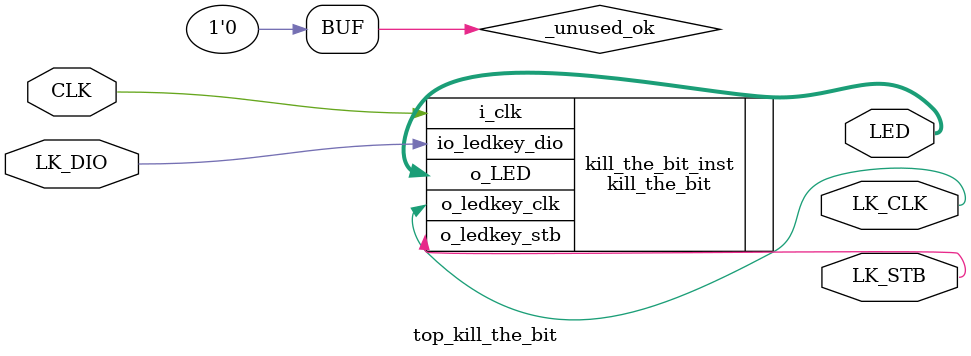
<source format=sv>
`default_nettype none
`timescale 1ns / 1ps

module top_kill_the_bit
(
	input wire CLK,
	
	output logic LK_CLK,
	inout  wire  LK_DIO,
	output logic LK_STB,
	
	output logic [7:0] LED
);

kill_the_bit
#(
	.CLOCK_FREQ_MHz(12)
)
kill_the_bit_inst
(
	.i_clk(CLK),
	.o_ledkey_clk(LK_CLK),
	.o_ledkey_stb(LK_STB),
	.io_ledkey_dio(LK_DIO),
	.o_LED(LED)
);

wire _unused_ok = &{1'b1, 1'b0};

endmodule

</source>
